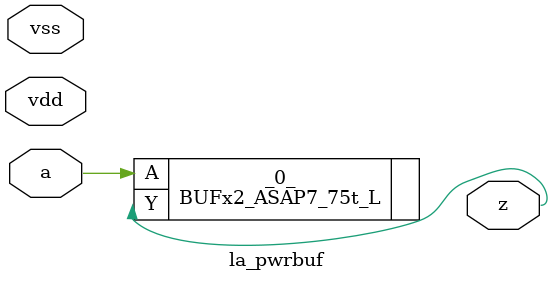
<source format=v>
/* Generated by Yosys 0.37 (git sha1 a5c7f69ed, clang 14.0.0-1ubuntu1.1 -fPIC -Os) */

module la_pwrbuf(vdd, vss, a, z);
  input a;
  wire a;
  input vdd;
  wire vdd;
  input vss;
  wire vss;
  output z;
  wire z;
  BUFx2_ASAP7_75t_L _0_ (
    .A(a),
    .Y(z)
  );
endmodule

</source>
